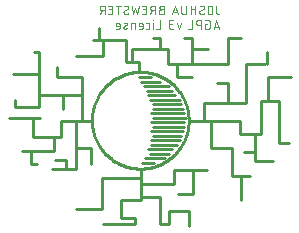
<source format=gbr>
G04 EAGLE Gerber RS-274X export*
G75*
%MOMM*%
%FSLAX34Y34*%
%LPD*%
%INSilkscreen Bottom*%
%IPPOS*%
%AMOC8*
5,1,8,0,0,1.08239X$1,22.5*%
G01*
%ADD10C,0.076200*%
%ADD11C,0.254000*%


D10*
X589492Y306959D02*
X589492Y301230D01*
X589494Y301152D01*
X589499Y301074D01*
X589509Y300997D01*
X589522Y300920D01*
X589538Y300844D01*
X589558Y300769D01*
X589582Y300695D01*
X589609Y300622D01*
X589640Y300550D01*
X589674Y300480D01*
X589711Y300412D01*
X589752Y300345D01*
X589796Y300280D01*
X589842Y300218D01*
X589892Y300158D01*
X589944Y300100D01*
X589999Y300045D01*
X590057Y299993D01*
X590117Y299943D01*
X590179Y299897D01*
X590244Y299853D01*
X590311Y299812D01*
X590379Y299775D01*
X590449Y299741D01*
X590521Y299710D01*
X590594Y299683D01*
X590668Y299659D01*
X590743Y299639D01*
X590819Y299623D01*
X590896Y299610D01*
X590973Y299600D01*
X591051Y299595D01*
X591129Y299593D01*
X591947Y299593D01*
X586057Y301639D02*
X586057Y304913D01*
X586055Y305002D01*
X586049Y305091D01*
X586039Y305180D01*
X586026Y305268D01*
X586009Y305356D01*
X585987Y305443D01*
X585962Y305528D01*
X585934Y305613D01*
X585901Y305696D01*
X585865Y305778D01*
X585826Y305858D01*
X585783Y305936D01*
X585737Y306012D01*
X585687Y306087D01*
X585634Y306159D01*
X585578Y306228D01*
X585519Y306295D01*
X585458Y306360D01*
X585393Y306421D01*
X585326Y306480D01*
X585257Y306536D01*
X585185Y306589D01*
X585110Y306639D01*
X585034Y306685D01*
X584956Y306728D01*
X584876Y306767D01*
X584794Y306803D01*
X584711Y306836D01*
X584626Y306864D01*
X584541Y306889D01*
X584454Y306911D01*
X584366Y306928D01*
X584278Y306941D01*
X584189Y306951D01*
X584100Y306957D01*
X584011Y306959D01*
X583922Y306957D01*
X583833Y306951D01*
X583744Y306941D01*
X583656Y306928D01*
X583568Y306911D01*
X583481Y306889D01*
X583396Y306864D01*
X583311Y306836D01*
X583228Y306803D01*
X583146Y306767D01*
X583066Y306728D01*
X582988Y306685D01*
X582912Y306639D01*
X582837Y306589D01*
X582765Y306536D01*
X582696Y306480D01*
X582629Y306421D01*
X582564Y306360D01*
X582503Y306295D01*
X582444Y306228D01*
X582388Y306159D01*
X582335Y306087D01*
X582285Y306012D01*
X582239Y305936D01*
X582196Y305858D01*
X582157Y305778D01*
X582121Y305696D01*
X582088Y305613D01*
X582060Y305528D01*
X582035Y305443D01*
X582013Y305356D01*
X581996Y305268D01*
X581983Y305180D01*
X581973Y305091D01*
X581967Y305002D01*
X581965Y304913D01*
X581965Y301639D01*
X581967Y301550D01*
X581973Y301461D01*
X581983Y301372D01*
X581996Y301284D01*
X582013Y301196D01*
X582035Y301109D01*
X582060Y301024D01*
X582088Y300939D01*
X582121Y300856D01*
X582157Y300774D01*
X582196Y300694D01*
X582239Y300616D01*
X582285Y300540D01*
X582335Y300465D01*
X582388Y300393D01*
X582444Y300324D01*
X582503Y300257D01*
X582564Y300192D01*
X582629Y300131D01*
X582696Y300072D01*
X582765Y300016D01*
X582837Y299963D01*
X582912Y299913D01*
X582988Y299867D01*
X583066Y299824D01*
X583146Y299785D01*
X583228Y299749D01*
X583311Y299716D01*
X583396Y299688D01*
X583481Y299663D01*
X583568Y299641D01*
X583656Y299624D01*
X583744Y299611D01*
X583833Y299601D01*
X583922Y299595D01*
X584011Y299593D01*
X584100Y299595D01*
X584189Y299601D01*
X584278Y299611D01*
X584366Y299624D01*
X584454Y299641D01*
X584541Y299663D01*
X584626Y299688D01*
X584711Y299716D01*
X584794Y299749D01*
X584876Y299785D01*
X584956Y299824D01*
X585034Y299867D01*
X585110Y299913D01*
X585185Y299963D01*
X585257Y300016D01*
X585326Y300072D01*
X585393Y300131D01*
X585458Y300192D01*
X585519Y300257D01*
X585578Y300324D01*
X585634Y300393D01*
X585687Y300465D01*
X585737Y300540D01*
X585783Y300616D01*
X585826Y300694D01*
X585865Y300774D01*
X585901Y300856D01*
X585934Y300939D01*
X585962Y301024D01*
X585987Y301109D01*
X586009Y301196D01*
X586026Y301284D01*
X586039Y301372D01*
X586049Y301461D01*
X586055Y301550D01*
X586057Y301639D01*
X576530Y299593D02*
X576452Y299595D01*
X576374Y299600D01*
X576297Y299610D01*
X576220Y299623D01*
X576144Y299639D01*
X576069Y299659D01*
X575995Y299683D01*
X575922Y299710D01*
X575850Y299741D01*
X575780Y299775D01*
X575712Y299812D01*
X575645Y299853D01*
X575580Y299897D01*
X575518Y299943D01*
X575458Y299993D01*
X575400Y300045D01*
X575345Y300100D01*
X575293Y300158D01*
X575243Y300218D01*
X575197Y300280D01*
X575153Y300345D01*
X575112Y300411D01*
X575075Y300480D01*
X575041Y300550D01*
X575010Y300622D01*
X574983Y300695D01*
X574959Y300769D01*
X574939Y300844D01*
X574923Y300920D01*
X574910Y300997D01*
X574900Y301074D01*
X574895Y301152D01*
X574893Y301230D01*
X576530Y299593D02*
X576644Y299595D01*
X576757Y299600D01*
X576871Y299610D01*
X576984Y299623D01*
X577096Y299640D01*
X577208Y299660D01*
X577319Y299684D01*
X577430Y299712D01*
X577539Y299743D01*
X577647Y299778D01*
X577754Y299817D01*
X577860Y299859D01*
X577964Y299904D01*
X578067Y299953D01*
X578168Y300006D01*
X578267Y300061D01*
X578365Y300120D01*
X578460Y300182D01*
X578553Y300247D01*
X578645Y300315D01*
X578733Y300386D01*
X578820Y300460D01*
X578904Y300537D01*
X578985Y300616D01*
X578781Y305322D02*
X578779Y305400D01*
X578774Y305478D01*
X578764Y305555D01*
X578751Y305632D01*
X578735Y305708D01*
X578715Y305783D01*
X578691Y305857D01*
X578664Y305930D01*
X578633Y306002D01*
X578599Y306072D01*
X578562Y306141D01*
X578521Y306207D01*
X578477Y306272D01*
X578431Y306334D01*
X578381Y306394D01*
X578329Y306452D01*
X578274Y306507D01*
X578216Y306559D01*
X578156Y306609D01*
X578094Y306655D01*
X578029Y306699D01*
X577963Y306740D01*
X577894Y306777D01*
X577824Y306811D01*
X577752Y306842D01*
X577679Y306869D01*
X577605Y306893D01*
X577530Y306913D01*
X577454Y306929D01*
X577377Y306942D01*
X577300Y306952D01*
X577222Y306957D01*
X577144Y306959D01*
X577034Y306957D01*
X576925Y306951D01*
X576815Y306941D01*
X576707Y306928D01*
X576598Y306910D01*
X576491Y306889D01*
X576384Y306863D01*
X576278Y306834D01*
X576173Y306802D01*
X576070Y306765D01*
X575968Y306725D01*
X575867Y306681D01*
X575768Y306633D01*
X575671Y306583D01*
X575576Y306528D01*
X575483Y306470D01*
X575392Y306409D01*
X575303Y306345D01*
X577963Y303889D02*
X578030Y303931D01*
X578095Y303975D01*
X578157Y304023D01*
X578217Y304073D01*
X578275Y304126D01*
X578330Y304182D01*
X578382Y304241D01*
X578432Y304301D01*
X578479Y304365D01*
X578522Y304430D01*
X578563Y304497D01*
X578600Y304566D01*
X578634Y304637D01*
X578665Y304709D01*
X578692Y304783D01*
X578716Y304857D01*
X578736Y304933D01*
X578752Y305010D01*
X578765Y305087D01*
X578775Y305165D01*
X578780Y305244D01*
X578782Y305322D01*
X575712Y302662D02*
X575646Y302621D01*
X575581Y302576D01*
X575519Y302529D01*
X575459Y302478D01*
X575401Y302425D01*
X575346Y302369D01*
X575293Y302311D01*
X575244Y302250D01*
X575197Y302187D01*
X575154Y302122D01*
X575113Y302055D01*
X575076Y301986D01*
X575042Y301915D01*
X575011Y301843D01*
X574984Y301769D01*
X574960Y301694D01*
X574940Y301619D01*
X574924Y301542D01*
X574911Y301465D01*
X574901Y301387D01*
X574896Y301308D01*
X574894Y301230D01*
X575712Y302662D02*
X577963Y303890D01*
X571671Y306959D02*
X571671Y299593D01*
X571671Y303685D02*
X567578Y303685D01*
X567578Y306959D02*
X567578Y299593D01*
X563868Y301639D02*
X563868Y306959D01*
X563868Y301639D02*
X563866Y301550D01*
X563860Y301461D01*
X563850Y301372D01*
X563837Y301284D01*
X563820Y301196D01*
X563798Y301109D01*
X563773Y301024D01*
X563745Y300939D01*
X563712Y300856D01*
X563676Y300774D01*
X563637Y300694D01*
X563594Y300616D01*
X563548Y300540D01*
X563498Y300465D01*
X563445Y300393D01*
X563389Y300324D01*
X563330Y300257D01*
X563269Y300192D01*
X563204Y300131D01*
X563137Y300072D01*
X563068Y300016D01*
X562996Y299963D01*
X562921Y299913D01*
X562845Y299867D01*
X562767Y299824D01*
X562687Y299785D01*
X562605Y299749D01*
X562522Y299716D01*
X562437Y299688D01*
X562352Y299663D01*
X562265Y299641D01*
X562177Y299624D01*
X562089Y299611D01*
X562000Y299601D01*
X561911Y299595D01*
X561822Y299593D01*
X561733Y299595D01*
X561644Y299601D01*
X561555Y299611D01*
X561467Y299624D01*
X561379Y299641D01*
X561292Y299663D01*
X561207Y299688D01*
X561122Y299716D01*
X561039Y299749D01*
X560957Y299785D01*
X560877Y299824D01*
X560799Y299867D01*
X560723Y299913D01*
X560648Y299963D01*
X560576Y300016D01*
X560507Y300072D01*
X560440Y300131D01*
X560375Y300192D01*
X560314Y300257D01*
X560255Y300324D01*
X560199Y300393D01*
X560146Y300465D01*
X560096Y300540D01*
X560050Y300616D01*
X560007Y300694D01*
X559968Y300774D01*
X559932Y300856D01*
X559899Y300939D01*
X559871Y301024D01*
X559846Y301109D01*
X559824Y301196D01*
X559807Y301284D01*
X559794Y301372D01*
X559784Y301461D01*
X559778Y301550D01*
X559776Y301639D01*
X559776Y306959D01*
X554263Y306959D02*
X556718Y299593D01*
X551807Y299593D02*
X554263Y306959D01*
X556104Y301435D02*
X552421Y301435D01*
X544731Y303685D02*
X542685Y303685D01*
X542596Y303683D01*
X542507Y303677D01*
X542418Y303667D01*
X542330Y303654D01*
X542242Y303637D01*
X542155Y303615D01*
X542070Y303590D01*
X541985Y303562D01*
X541902Y303529D01*
X541820Y303493D01*
X541740Y303454D01*
X541662Y303411D01*
X541586Y303365D01*
X541511Y303315D01*
X541439Y303262D01*
X541370Y303206D01*
X541303Y303147D01*
X541238Y303086D01*
X541177Y303021D01*
X541118Y302954D01*
X541062Y302885D01*
X541009Y302813D01*
X540959Y302738D01*
X540913Y302662D01*
X540870Y302584D01*
X540831Y302504D01*
X540795Y302422D01*
X540762Y302339D01*
X540734Y302254D01*
X540709Y302169D01*
X540687Y302082D01*
X540670Y301994D01*
X540657Y301906D01*
X540647Y301817D01*
X540641Y301728D01*
X540639Y301639D01*
X540641Y301550D01*
X540647Y301461D01*
X540657Y301372D01*
X540670Y301284D01*
X540687Y301196D01*
X540709Y301109D01*
X540734Y301024D01*
X540762Y300939D01*
X540795Y300856D01*
X540831Y300774D01*
X540870Y300694D01*
X540913Y300616D01*
X540959Y300540D01*
X541009Y300465D01*
X541062Y300393D01*
X541118Y300324D01*
X541177Y300257D01*
X541238Y300192D01*
X541303Y300131D01*
X541370Y300072D01*
X541439Y300016D01*
X541511Y299963D01*
X541586Y299913D01*
X541662Y299867D01*
X541740Y299824D01*
X541820Y299785D01*
X541902Y299749D01*
X541985Y299716D01*
X542070Y299688D01*
X542155Y299663D01*
X542242Y299641D01*
X542330Y299624D01*
X542418Y299611D01*
X542507Y299601D01*
X542596Y299595D01*
X542685Y299593D01*
X544731Y299593D01*
X544731Y306959D01*
X542685Y306959D01*
X542606Y306957D01*
X542527Y306951D01*
X542448Y306942D01*
X542370Y306929D01*
X542293Y306911D01*
X542217Y306891D01*
X542142Y306866D01*
X542068Y306838D01*
X541995Y306807D01*
X541924Y306771D01*
X541855Y306733D01*
X541788Y306691D01*
X541723Y306646D01*
X541660Y306598D01*
X541599Y306547D01*
X541542Y306493D01*
X541486Y306437D01*
X541434Y306378D01*
X541384Y306316D01*
X541338Y306252D01*
X541294Y306186D01*
X541254Y306118D01*
X541218Y306048D01*
X541184Y305976D01*
X541154Y305902D01*
X541128Y305828D01*
X541105Y305752D01*
X541087Y305675D01*
X541071Y305598D01*
X541060Y305519D01*
X541052Y305441D01*
X541048Y305362D01*
X541048Y305282D01*
X541052Y305203D01*
X541060Y305125D01*
X541071Y305046D01*
X541087Y304969D01*
X541105Y304892D01*
X541128Y304816D01*
X541154Y304742D01*
X541184Y304668D01*
X541218Y304596D01*
X541254Y304526D01*
X541294Y304458D01*
X541338Y304392D01*
X541384Y304328D01*
X541434Y304266D01*
X541486Y304207D01*
X541542Y304151D01*
X541599Y304097D01*
X541660Y304046D01*
X541723Y303998D01*
X541788Y303953D01*
X541855Y303911D01*
X541924Y303873D01*
X541995Y303837D01*
X542068Y303806D01*
X542142Y303778D01*
X542217Y303753D01*
X542293Y303733D01*
X542370Y303715D01*
X542448Y303702D01*
X542527Y303693D01*
X542606Y303687D01*
X542685Y303685D01*
X537482Y306959D02*
X537482Y299593D01*
X537482Y306959D02*
X535436Y306959D01*
X535347Y306957D01*
X535258Y306951D01*
X535169Y306941D01*
X535081Y306928D01*
X534993Y306911D01*
X534906Y306889D01*
X534821Y306864D01*
X534736Y306836D01*
X534653Y306803D01*
X534571Y306767D01*
X534491Y306728D01*
X534413Y306685D01*
X534337Y306639D01*
X534262Y306589D01*
X534190Y306536D01*
X534121Y306480D01*
X534054Y306421D01*
X533989Y306360D01*
X533928Y306295D01*
X533869Y306228D01*
X533813Y306159D01*
X533760Y306087D01*
X533710Y306012D01*
X533664Y305936D01*
X533621Y305858D01*
X533582Y305778D01*
X533546Y305696D01*
X533513Y305613D01*
X533485Y305528D01*
X533460Y305443D01*
X533438Y305356D01*
X533421Y305268D01*
X533408Y305180D01*
X533398Y305091D01*
X533392Y305002D01*
X533390Y304913D01*
X533392Y304824D01*
X533398Y304735D01*
X533408Y304646D01*
X533421Y304558D01*
X533438Y304470D01*
X533460Y304383D01*
X533485Y304298D01*
X533513Y304213D01*
X533546Y304130D01*
X533582Y304048D01*
X533621Y303968D01*
X533664Y303890D01*
X533710Y303814D01*
X533760Y303739D01*
X533813Y303667D01*
X533869Y303598D01*
X533928Y303531D01*
X533989Y303466D01*
X534054Y303405D01*
X534121Y303346D01*
X534190Y303290D01*
X534262Y303237D01*
X534337Y303187D01*
X534413Y303141D01*
X534491Y303098D01*
X534571Y303059D01*
X534653Y303023D01*
X534736Y302990D01*
X534821Y302962D01*
X534906Y302937D01*
X534993Y302915D01*
X535081Y302898D01*
X535169Y302885D01*
X535258Y302875D01*
X535347Y302869D01*
X535436Y302867D01*
X537482Y302867D01*
X535027Y302867D02*
X533390Y299593D01*
X529958Y299593D02*
X526685Y299593D01*
X529958Y299593D02*
X529958Y306959D01*
X526685Y306959D01*
X527503Y303685D02*
X529958Y303685D01*
X524130Y306959D02*
X522494Y299593D01*
X520857Y304504D01*
X519220Y299593D01*
X517583Y306959D01*
X510764Y301230D02*
X510766Y301152D01*
X510771Y301074D01*
X510781Y300997D01*
X510794Y300920D01*
X510810Y300844D01*
X510830Y300769D01*
X510854Y300695D01*
X510881Y300622D01*
X510912Y300550D01*
X510946Y300480D01*
X510983Y300411D01*
X511024Y300345D01*
X511068Y300280D01*
X511114Y300218D01*
X511164Y300158D01*
X511216Y300100D01*
X511271Y300045D01*
X511329Y299993D01*
X511389Y299943D01*
X511451Y299897D01*
X511516Y299853D01*
X511583Y299812D01*
X511651Y299775D01*
X511721Y299741D01*
X511793Y299710D01*
X511866Y299683D01*
X511940Y299659D01*
X512015Y299639D01*
X512091Y299623D01*
X512168Y299610D01*
X512245Y299600D01*
X512323Y299595D01*
X512401Y299593D01*
X512515Y299595D01*
X512628Y299600D01*
X512742Y299610D01*
X512855Y299623D01*
X512967Y299640D01*
X513079Y299660D01*
X513190Y299684D01*
X513301Y299712D01*
X513410Y299743D01*
X513518Y299778D01*
X513625Y299817D01*
X513731Y299859D01*
X513835Y299904D01*
X513938Y299953D01*
X514039Y300006D01*
X514138Y300061D01*
X514236Y300120D01*
X514331Y300182D01*
X514424Y300247D01*
X514516Y300315D01*
X514604Y300386D01*
X514691Y300460D01*
X514775Y300537D01*
X514856Y300616D01*
X514652Y305322D02*
X514650Y305400D01*
X514645Y305478D01*
X514635Y305555D01*
X514622Y305632D01*
X514606Y305708D01*
X514586Y305783D01*
X514562Y305857D01*
X514535Y305930D01*
X514504Y306002D01*
X514470Y306072D01*
X514433Y306141D01*
X514392Y306207D01*
X514348Y306272D01*
X514302Y306334D01*
X514252Y306394D01*
X514200Y306452D01*
X514145Y306507D01*
X514087Y306559D01*
X514027Y306609D01*
X513965Y306655D01*
X513900Y306699D01*
X513834Y306740D01*
X513765Y306777D01*
X513695Y306811D01*
X513623Y306842D01*
X513550Y306869D01*
X513476Y306893D01*
X513401Y306913D01*
X513325Y306929D01*
X513248Y306942D01*
X513171Y306952D01*
X513093Y306957D01*
X513015Y306959D01*
X512905Y306957D01*
X512796Y306951D01*
X512686Y306941D01*
X512578Y306928D01*
X512469Y306910D01*
X512362Y306889D01*
X512255Y306863D01*
X512149Y306834D01*
X512044Y306802D01*
X511941Y306765D01*
X511839Y306725D01*
X511738Y306681D01*
X511639Y306633D01*
X511542Y306583D01*
X511447Y306528D01*
X511354Y306470D01*
X511263Y306409D01*
X511174Y306345D01*
X513833Y303889D02*
X513900Y303931D01*
X513965Y303975D01*
X514027Y304023D01*
X514087Y304073D01*
X514145Y304126D01*
X514200Y304182D01*
X514252Y304241D01*
X514302Y304301D01*
X514349Y304365D01*
X514392Y304430D01*
X514433Y304497D01*
X514470Y304566D01*
X514504Y304637D01*
X514535Y304709D01*
X514562Y304783D01*
X514586Y304857D01*
X514606Y304933D01*
X514622Y305010D01*
X514635Y305087D01*
X514645Y305165D01*
X514650Y305244D01*
X514652Y305322D01*
X511582Y302662D02*
X511516Y302621D01*
X511451Y302576D01*
X511389Y302529D01*
X511329Y302478D01*
X511271Y302425D01*
X511216Y302369D01*
X511163Y302311D01*
X511114Y302250D01*
X511067Y302187D01*
X511024Y302122D01*
X510983Y302055D01*
X510946Y301986D01*
X510912Y301915D01*
X510881Y301843D01*
X510854Y301769D01*
X510830Y301694D01*
X510810Y301619D01*
X510794Y301542D01*
X510781Y301465D01*
X510771Y301387D01*
X510766Y301308D01*
X510764Y301230D01*
X511582Y302662D02*
X513833Y303890D01*
X506226Y306959D02*
X506226Y299593D01*
X508272Y306959D02*
X504180Y306959D01*
X501185Y299593D02*
X497912Y299593D01*
X501185Y299593D02*
X501185Y306959D01*
X497912Y306959D01*
X498730Y303685D02*
X501185Y303685D01*
X494810Y306959D02*
X494810Y299593D01*
X494810Y306959D02*
X492764Y306959D01*
X492675Y306957D01*
X492586Y306951D01*
X492497Y306941D01*
X492409Y306928D01*
X492321Y306911D01*
X492234Y306889D01*
X492149Y306864D01*
X492064Y306836D01*
X491981Y306803D01*
X491899Y306767D01*
X491819Y306728D01*
X491741Y306685D01*
X491665Y306639D01*
X491590Y306589D01*
X491518Y306536D01*
X491449Y306480D01*
X491382Y306421D01*
X491317Y306360D01*
X491256Y306295D01*
X491197Y306228D01*
X491141Y306159D01*
X491088Y306087D01*
X491038Y306012D01*
X490992Y305936D01*
X490949Y305858D01*
X490910Y305778D01*
X490874Y305696D01*
X490841Y305613D01*
X490813Y305528D01*
X490788Y305443D01*
X490766Y305356D01*
X490749Y305268D01*
X490736Y305180D01*
X490726Y305091D01*
X490720Y305002D01*
X490718Y304913D01*
X490720Y304824D01*
X490726Y304735D01*
X490736Y304646D01*
X490749Y304558D01*
X490766Y304470D01*
X490788Y304383D01*
X490813Y304298D01*
X490841Y304213D01*
X490874Y304130D01*
X490910Y304048D01*
X490949Y303968D01*
X490992Y303890D01*
X491038Y303814D01*
X491088Y303739D01*
X491141Y303667D01*
X491197Y303598D01*
X491256Y303531D01*
X491317Y303466D01*
X491382Y303405D01*
X491449Y303346D01*
X491518Y303290D01*
X491590Y303237D01*
X491665Y303187D01*
X491741Y303141D01*
X491819Y303098D01*
X491899Y303059D01*
X491981Y303023D01*
X492064Y302990D01*
X492149Y302962D01*
X492234Y302937D01*
X492321Y302915D01*
X492409Y302898D01*
X492497Y302885D01*
X492586Y302875D01*
X492675Y302869D01*
X492764Y302867D01*
X494810Y302867D01*
X492355Y302867D02*
X490718Y299593D01*
X589492Y294767D02*
X591947Y287401D01*
X587036Y287401D02*
X589492Y294767D01*
X591333Y289243D02*
X587650Y289243D01*
X581114Y291493D02*
X579887Y291493D01*
X579887Y287401D01*
X582342Y287401D01*
X582420Y287403D01*
X582498Y287408D01*
X582575Y287418D01*
X582652Y287431D01*
X582728Y287447D01*
X582803Y287467D01*
X582877Y287491D01*
X582950Y287518D01*
X583022Y287549D01*
X583092Y287583D01*
X583161Y287620D01*
X583227Y287661D01*
X583292Y287705D01*
X583354Y287751D01*
X583414Y287801D01*
X583472Y287853D01*
X583527Y287908D01*
X583579Y287966D01*
X583629Y288026D01*
X583675Y288088D01*
X583719Y288153D01*
X583760Y288220D01*
X583797Y288288D01*
X583831Y288358D01*
X583862Y288430D01*
X583889Y288503D01*
X583913Y288577D01*
X583933Y288652D01*
X583949Y288728D01*
X583962Y288805D01*
X583972Y288882D01*
X583977Y288960D01*
X583979Y289038D01*
X583979Y293130D01*
X583977Y293208D01*
X583972Y293286D01*
X583962Y293363D01*
X583949Y293440D01*
X583933Y293516D01*
X583913Y293591D01*
X583889Y293665D01*
X583862Y293738D01*
X583831Y293810D01*
X583797Y293880D01*
X583760Y293949D01*
X583719Y294015D01*
X583675Y294080D01*
X583629Y294142D01*
X583579Y294202D01*
X583527Y294260D01*
X583472Y294315D01*
X583414Y294367D01*
X583354Y294417D01*
X583292Y294463D01*
X583227Y294507D01*
X583161Y294548D01*
X583092Y294585D01*
X583022Y294619D01*
X582950Y294650D01*
X582877Y294677D01*
X582803Y294701D01*
X582728Y294721D01*
X582652Y294737D01*
X582575Y294750D01*
X582498Y294760D01*
X582420Y294765D01*
X582342Y294767D01*
X579887Y294767D01*
X576058Y294767D02*
X576058Y287401D01*
X576058Y294767D02*
X574012Y294767D01*
X573923Y294765D01*
X573834Y294759D01*
X573745Y294749D01*
X573657Y294736D01*
X573569Y294719D01*
X573482Y294697D01*
X573397Y294672D01*
X573312Y294644D01*
X573229Y294611D01*
X573147Y294575D01*
X573067Y294536D01*
X572989Y294493D01*
X572913Y294447D01*
X572838Y294397D01*
X572766Y294344D01*
X572697Y294288D01*
X572630Y294229D01*
X572565Y294168D01*
X572504Y294103D01*
X572445Y294036D01*
X572389Y293967D01*
X572336Y293895D01*
X572286Y293820D01*
X572240Y293744D01*
X572197Y293666D01*
X572158Y293586D01*
X572122Y293504D01*
X572089Y293421D01*
X572061Y293336D01*
X572036Y293251D01*
X572014Y293164D01*
X571997Y293076D01*
X571984Y292988D01*
X571974Y292899D01*
X571968Y292810D01*
X571966Y292721D01*
X571968Y292632D01*
X571974Y292543D01*
X571984Y292454D01*
X571997Y292366D01*
X572014Y292278D01*
X572036Y292191D01*
X572061Y292106D01*
X572089Y292021D01*
X572122Y291938D01*
X572158Y291856D01*
X572197Y291776D01*
X572240Y291698D01*
X572286Y291622D01*
X572336Y291547D01*
X572389Y291475D01*
X572445Y291406D01*
X572504Y291339D01*
X572565Y291274D01*
X572630Y291213D01*
X572697Y291154D01*
X572766Y291098D01*
X572838Y291045D01*
X572913Y290995D01*
X572989Y290949D01*
X573067Y290906D01*
X573147Y290867D01*
X573229Y290831D01*
X573312Y290798D01*
X573397Y290770D01*
X573482Y290745D01*
X573569Y290723D01*
X573657Y290706D01*
X573745Y290693D01*
X573834Y290683D01*
X573923Y290677D01*
X574012Y290675D01*
X576058Y290675D01*
X568845Y287401D02*
X568845Y294767D01*
X568845Y287401D02*
X565571Y287401D01*
X557549Y287401D02*
X559186Y292312D01*
X555912Y292312D02*
X557549Y287401D01*
X553011Y287401D02*
X550965Y287401D01*
X550876Y287403D01*
X550787Y287409D01*
X550698Y287419D01*
X550610Y287432D01*
X550522Y287449D01*
X550435Y287471D01*
X550350Y287496D01*
X550265Y287524D01*
X550182Y287557D01*
X550100Y287593D01*
X550020Y287632D01*
X549942Y287675D01*
X549866Y287721D01*
X549791Y287771D01*
X549719Y287824D01*
X549650Y287880D01*
X549583Y287939D01*
X549518Y288000D01*
X549457Y288065D01*
X549398Y288132D01*
X549342Y288201D01*
X549289Y288273D01*
X549239Y288348D01*
X549193Y288424D01*
X549150Y288502D01*
X549111Y288582D01*
X549075Y288664D01*
X549042Y288747D01*
X549014Y288832D01*
X548989Y288917D01*
X548967Y289004D01*
X548950Y289092D01*
X548937Y289180D01*
X548927Y289269D01*
X548921Y289358D01*
X548919Y289447D01*
X548921Y289536D01*
X548927Y289625D01*
X548937Y289714D01*
X548950Y289802D01*
X548967Y289890D01*
X548989Y289977D01*
X549014Y290062D01*
X549042Y290147D01*
X549075Y290230D01*
X549111Y290312D01*
X549150Y290392D01*
X549193Y290470D01*
X549239Y290546D01*
X549289Y290621D01*
X549342Y290693D01*
X549398Y290762D01*
X549457Y290829D01*
X549518Y290894D01*
X549583Y290955D01*
X549650Y291014D01*
X549719Y291070D01*
X549791Y291123D01*
X549866Y291173D01*
X549942Y291219D01*
X550020Y291262D01*
X550100Y291301D01*
X550182Y291337D01*
X550265Y291370D01*
X550350Y291398D01*
X550435Y291423D01*
X550522Y291445D01*
X550610Y291462D01*
X550698Y291475D01*
X550787Y291485D01*
X550876Y291491D01*
X550965Y291493D01*
X550556Y294767D02*
X553011Y294767D01*
X550556Y294767D02*
X550477Y294765D01*
X550398Y294759D01*
X550319Y294750D01*
X550241Y294737D01*
X550164Y294719D01*
X550088Y294699D01*
X550013Y294674D01*
X549939Y294646D01*
X549866Y294615D01*
X549795Y294579D01*
X549726Y294541D01*
X549659Y294499D01*
X549594Y294454D01*
X549531Y294406D01*
X549470Y294355D01*
X549413Y294301D01*
X549357Y294245D01*
X549305Y294186D01*
X549255Y294124D01*
X549209Y294060D01*
X549165Y293994D01*
X549125Y293926D01*
X549089Y293856D01*
X549055Y293784D01*
X549025Y293710D01*
X548999Y293636D01*
X548976Y293560D01*
X548958Y293483D01*
X548942Y293406D01*
X548931Y293327D01*
X548923Y293249D01*
X548919Y293170D01*
X548919Y293090D01*
X548923Y293011D01*
X548931Y292933D01*
X548942Y292854D01*
X548958Y292777D01*
X548976Y292700D01*
X548999Y292624D01*
X549025Y292550D01*
X549055Y292476D01*
X549089Y292404D01*
X549125Y292334D01*
X549165Y292266D01*
X549209Y292200D01*
X549255Y292136D01*
X549305Y292074D01*
X549357Y292015D01*
X549413Y291959D01*
X549470Y291905D01*
X549531Y291854D01*
X549594Y291806D01*
X549659Y291761D01*
X549726Y291719D01*
X549795Y291681D01*
X549866Y291645D01*
X549939Y291614D01*
X550013Y291586D01*
X550088Y291561D01*
X550164Y291541D01*
X550241Y291523D01*
X550319Y291510D01*
X550398Y291501D01*
X550477Y291495D01*
X550556Y291493D01*
X552193Y291493D01*
X541535Y294767D02*
X541535Y287401D01*
X538261Y287401D01*
X535603Y287401D02*
X535603Y292312D01*
X535808Y294358D02*
X535808Y294767D01*
X535399Y294767D01*
X535399Y294358D01*
X535808Y294358D01*
X531370Y287401D02*
X529733Y287401D01*
X531370Y287401D02*
X531439Y287403D01*
X531507Y287409D01*
X531576Y287418D01*
X531643Y287432D01*
X531710Y287449D01*
X531776Y287470D01*
X531840Y287494D01*
X531903Y287523D01*
X531964Y287554D01*
X532023Y287589D01*
X532081Y287627D01*
X532136Y287669D01*
X532188Y287713D01*
X532238Y287761D01*
X532286Y287811D01*
X532330Y287863D01*
X532372Y287918D01*
X532410Y287976D01*
X532445Y288035D01*
X532476Y288096D01*
X532505Y288159D01*
X532529Y288223D01*
X532550Y288289D01*
X532567Y288356D01*
X532581Y288423D01*
X532590Y288492D01*
X532596Y288560D01*
X532598Y288629D01*
X532598Y291084D01*
X532596Y291153D01*
X532590Y291221D01*
X532581Y291290D01*
X532567Y291357D01*
X532550Y291424D01*
X532529Y291490D01*
X532505Y291554D01*
X532476Y291617D01*
X532445Y291678D01*
X532410Y291737D01*
X532372Y291795D01*
X532330Y291850D01*
X532286Y291902D01*
X532238Y291952D01*
X532188Y292000D01*
X532136Y292044D01*
X532081Y292086D01*
X532023Y292124D01*
X531964Y292159D01*
X531903Y292190D01*
X531840Y292219D01*
X531776Y292243D01*
X531710Y292264D01*
X531643Y292281D01*
X531576Y292295D01*
X531507Y292304D01*
X531439Y292310D01*
X531370Y292312D01*
X529733Y292312D01*
X525771Y287401D02*
X523725Y287401D01*
X525771Y287401D02*
X525840Y287403D01*
X525908Y287409D01*
X525977Y287418D01*
X526044Y287432D01*
X526111Y287449D01*
X526177Y287470D01*
X526241Y287494D01*
X526304Y287523D01*
X526365Y287554D01*
X526424Y287589D01*
X526482Y287627D01*
X526537Y287669D01*
X526589Y287713D01*
X526639Y287761D01*
X526687Y287811D01*
X526731Y287863D01*
X526773Y287918D01*
X526811Y287976D01*
X526846Y288035D01*
X526877Y288096D01*
X526906Y288159D01*
X526930Y288223D01*
X526951Y288289D01*
X526968Y288356D01*
X526982Y288423D01*
X526991Y288492D01*
X526997Y288560D01*
X526999Y288629D01*
X526999Y290675D01*
X526997Y290754D01*
X526991Y290833D01*
X526982Y290912D01*
X526969Y290990D01*
X526951Y291067D01*
X526931Y291143D01*
X526906Y291218D01*
X526878Y291292D01*
X526847Y291365D01*
X526811Y291436D01*
X526773Y291505D01*
X526731Y291572D01*
X526686Y291637D01*
X526638Y291700D01*
X526587Y291761D01*
X526533Y291818D01*
X526477Y291874D01*
X526418Y291926D01*
X526356Y291976D01*
X526292Y292022D01*
X526226Y292066D01*
X526158Y292106D01*
X526088Y292142D01*
X526016Y292176D01*
X525942Y292206D01*
X525868Y292232D01*
X525792Y292255D01*
X525715Y292273D01*
X525638Y292289D01*
X525559Y292300D01*
X525481Y292308D01*
X525402Y292312D01*
X525322Y292312D01*
X525243Y292308D01*
X525165Y292300D01*
X525086Y292289D01*
X525009Y292273D01*
X524932Y292255D01*
X524856Y292232D01*
X524782Y292206D01*
X524708Y292176D01*
X524636Y292142D01*
X524566Y292106D01*
X524498Y292066D01*
X524432Y292022D01*
X524368Y291976D01*
X524306Y291926D01*
X524247Y291874D01*
X524191Y291818D01*
X524137Y291761D01*
X524086Y291700D01*
X524038Y291637D01*
X523993Y291572D01*
X523951Y291505D01*
X523913Y291436D01*
X523877Y291365D01*
X523846Y291292D01*
X523818Y291218D01*
X523793Y291143D01*
X523773Y291067D01*
X523755Y290990D01*
X523742Y290912D01*
X523733Y290833D01*
X523727Y290754D01*
X523725Y290675D01*
X523725Y289856D01*
X526999Y289856D01*
X520415Y287401D02*
X520415Y292312D01*
X518369Y292312D01*
X518300Y292310D01*
X518232Y292304D01*
X518163Y292295D01*
X518096Y292281D01*
X518029Y292264D01*
X517963Y292243D01*
X517899Y292219D01*
X517836Y292190D01*
X517775Y292159D01*
X517716Y292124D01*
X517658Y292086D01*
X517603Y292044D01*
X517551Y292000D01*
X517501Y291952D01*
X517453Y291902D01*
X517409Y291850D01*
X517368Y291795D01*
X517329Y291737D01*
X517294Y291678D01*
X517263Y291617D01*
X517234Y291554D01*
X517210Y291490D01*
X517189Y291424D01*
X517172Y291357D01*
X517158Y291290D01*
X517149Y291222D01*
X517143Y291153D01*
X517141Y291084D01*
X517141Y287401D01*
X513218Y290266D02*
X511172Y289447D01*
X513218Y290266D02*
X513277Y290291D01*
X513334Y290320D01*
X513389Y290353D01*
X513442Y290389D01*
X513493Y290427D01*
X513541Y290469D01*
X513587Y290514D01*
X513630Y290561D01*
X513670Y290611D01*
X513707Y290663D01*
X513741Y290718D01*
X513772Y290774D01*
X513799Y290832D01*
X513822Y290892D01*
X513842Y290952D01*
X513858Y291014D01*
X513871Y291077D01*
X513879Y291141D01*
X513884Y291204D01*
X513885Y291268D01*
X513882Y291332D01*
X513875Y291396D01*
X513864Y291459D01*
X513850Y291521D01*
X513832Y291583D01*
X513810Y291643D01*
X513785Y291702D01*
X513756Y291759D01*
X513723Y291814D01*
X513688Y291867D01*
X513649Y291918D01*
X513607Y291967D01*
X513563Y292013D01*
X513515Y292056D01*
X513466Y292096D01*
X513413Y292133D01*
X513359Y292167D01*
X513303Y292198D01*
X513245Y292225D01*
X513186Y292249D01*
X513125Y292268D01*
X513063Y292285D01*
X513000Y292297D01*
X512937Y292306D01*
X512873Y292311D01*
X512809Y292312D01*
X512673Y292308D01*
X512538Y292300D01*
X512402Y292288D01*
X512268Y292272D01*
X512133Y292252D01*
X512000Y292229D01*
X511867Y292201D01*
X511735Y292170D01*
X511604Y292135D01*
X511474Y292096D01*
X511345Y292053D01*
X511218Y292006D01*
X511092Y291956D01*
X510967Y291902D01*
X511172Y289447D02*
X511113Y289422D01*
X511056Y289393D01*
X511001Y289360D01*
X510948Y289324D01*
X510897Y289286D01*
X510849Y289244D01*
X510803Y289199D01*
X510760Y289152D01*
X510720Y289102D01*
X510683Y289050D01*
X510649Y288995D01*
X510618Y288939D01*
X510591Y288881D01*
X510568Y288821D01*
X510548Y288761D01*
X510532Y288699D01*
X510519Y288636D01*
X510511Y288572D01*
X510506Y288509D01*
X510505Y288445D01*
X510508Y288381D01*
X510515Y288317D01*
X510526Y288254D01*
X510540Y288192D01*
X510558Y288130D01*
X510580Y288070D01*
X510605Y288011D01*
X510634Y287954D01*
X510667Y287899D01*
X510702Y287846D01*
X510741Y287795D01*
X510783Y287746D01*
X510827Y287700D01*
X510875Y287657D01*
X510924Y287617D01*
X510977Y287580D01*
X511031Y287546D01*
X511087Y287515D01*
X511145Y287488D01*
X511204Y287464D01*
X511265Y287445D01*
X511327Y287428D01*
X511390Y287416D01*
X511453Y287407D01*
X511517Y287402D01*
X511581Y287401D01*
X511745Y287405D01*
X511909Y287413D01*
X512073Y287425D01*
X512236Y287441D01*
X512399Y287461D01*
X512562Y287484D01*
X512723Y287512D01*
X512885Y287543D01*
X513045Y287578D01*
X513204Y287617D01*
X513363Y287660D01*
X513520Y287706D01*
X513677Y287756D01*
X513832Y287810D01*
X506264Y287401D02*
X504218Y287401D01*
X506264Y287401D02*
X506333Y287403D01*
X506401Y287409D01*
X506470Y287418D01*
X506537Y287432D01*
X506604Y287449D01*
X506670Y287470D01*
X506734Y287494D01*
X506797Y287523D01*
X506858Y287554D01*
X506917Y287589D01*
X506975Y287627D01*
X507030Y287669D01*
X507082Y287713D01*
X507132Y287761D01*
X507180Y287811D01*
X507224Y287863D01*
X507266Y287918D01*
X507304Y287976D01*
X507339Y288035D01*
X507370Y288096D01*
X507399Y288159D01*
X507423Y288223D01*
X507444Y288289D01*
X507461Y288356D01*
X507475Y288423D01*
X507484Y288492D01*
X507490Y288560D01*
X507492Y288629D01*
X507492Y290675D01*
X507490Y290754D01*
X507484Y290833D01*
X507475Y290912D01*
X507462Y290990D01*
X507444Y291067D01*
X507424Y291143D01*
X507399Y291218D01*
X507371Y291292D01*
X507340Y291365D01*
X507304Y291436D01*
X507266Y291505D01*
X507224Y291572D01*
X507179Y291637D01*
X507131Y291700D01*
X507080Y291761D01*
X507026Y291818D01*
X506970Y291874D01*
X506911Y291926D01*
X506849Y291976D01*
X506785Y292022D01*
X506719Y292066D01*
X506651Y292106D01*
X506581Y292142D01*
X506509Y292176D01*
X506435Y292206D01*
X506361Y292232D01*
X506285Y292255D01*
X506208Y292273D01*
X506131Y292289D01*
X506052Y292300D01*
X505974Y292308D01*
X505895Y292312D01*
X505815Y292312D01*
X505736Y292308D01*
X505658Y292300D01*
X505579Y292289D01*
X505502Y292273D01*
X505425Y292255D01*
X505349Y292232D01*
X505275Y292206D01*
X505201Y292176D01*
X505129Y292142D01*
X505059Y292106D01*
X504991Y292066D01*
X504925Y292022D01*
X504861Y291976D01*
X504799Y291926D01*
X504740Y291874D01*
X504684Y291818D01*
X504630Y291761D01*
X504579Y291700D01*
X504531Y291637D01*
X504486Y291572D01*
X504444Y291505D01*
X504406Y291436D01*
X504370Y291365D01*
X504339Y291292D01*
X504311Y291218D01*
X504286Y291143D01*
X504266Y291067D01*
X504248Y290990D01*
X504235Y290912D01*
X504226Y290833D01*
X504220Y290754D01*
X504218Y290675D01*
X504218Y289856D01*
X507492Y289856D01*
D11*
X484066Y209804D02*
X484078Y210809D01*
X484115Y211813D01*
X484177Y212817D01*
X484263Y213818D01*
X484374Y214817D01*
X484509Y215813D01*
X484669Y216805D01*
X484853Y217793D01*
X485061Y218777D01*
X485293Y219755D01*
X485549Y220726D01*
X485829Y221692D01*
X486133Y222650D01*
X486460Y223600D01*
X486810Y224542D01*
X487183Y225476D01*
X487579Y226399D01*
X487998Y227313D01*
X488439Y228216D01*
X488902Y229109D01*
X489386Y229989D01*
X489892Y230858D01*
X490420Y231713D01*
X490968Y232556D01*
X491536Y233384D01*
X492125Y234199D01*
X492734Y234999D01*
X493362Y235784D01*
X494009Y236553D01*
X494675Y237306D01*
X495359Y238042D01*
X496061Y238761D01*
X496780Y239463D01*
X497516Y240147D01*
X498269Y240813D01*
X499038Y241460D01*
X499823Y242088D01*
X500623Y242697D01*
X501438Y243286D01*
X502266Y243854D01*
X503109Y244402D01*
X503964Y244930D01*
X504833Y245436D01*
X505713Y245920D01*
X506606Y246383D01*
X507509Y246824D01*
X508423Y247243D01*
X509346Y247639D01*
X510280Y248012D01*
X511222Y248362D01*
X512172Y248689D01*
X513130Y248993D01*
X514096Y249273D01*
X515067Y249529D01*
X516045Y249761D01*
X517029Y249969D01*
X518017Y250153D01*
X519009Y250313D01*
X520005Y250448D01*
X521004Y250559D01*
X522005Y250645D01*
X523009Y250707D01*
X524013Y250744D01*
X525018Y250756D01*
X526023Y250744D01*
X527027Y250707D01*
X528031Y250645D01*
X529032Y250559D01*
X530031Y250448D01*
X531027Y250313D01*
X532019Y250153D01*
X533007Y249969D01*
X533991Y249761D01*
X534969Y249529D01*
X535940Y249273D01*
X536906Y248993D01*
X537864Y248689D01*
X538814Y248362D01*
X539756Y248012D01*
X540690Y247639D01*
X541613Y247243D01*
X542527Y246824D01*
X543430Y246383D01*
X544323Y245920D01*
X545203Y245436D01*
X546072Y244930D01*
X546927Y244402D01*
X547770Y243854D01*
X548598Y243286D01*
X549413Y242697D01*
X550213Y242088D01*
X550998Y241460D01*
X551767Y240813D01*
X552520Y240147D01*
X553256Y239463D01*
X553975Y238761D01*
X554677Y238042D01*
X555361Y237306D01*
X556027Y236553D01*
X556674Y235784D01*
X557302Y234999D01*
X557911Y234199D01*
X558500Y233384D01*
X559068Y232556D01*
X559616Y231713D01*
X560144Y230858D01*
X560650Y229989D01*
X561134Y229109D01*
X561597Y228216D01*
X562038Y227313D01*
X562457Y226399D01*
X562853Y225476D01*
X563226Y224542D01*
X563576Y223600D01*
X563903Y222650D01*
X564207Y221692D01*
X564487Y220726D01*
X564743Y219755D01*
X564975Y218777D01*
X565183Y217793D01*
X565367Y216805D01*
X565527Y215813D01*
X565662Y214817D01*
X565773Y213818D01*
X565859Y212817D01*
X565921Y211813D01*
X565958Y210809D01*
X565970Y209804D01*
X565958Y208799D01*
X565921Y207795D01*
X565859Y206791D01*
X565773Y205790D01*
X565662Y204791D01*
X565527Y203795D01*
X565367Y202803D01*
X565183Y201815D01*
X564975Y200831D01*
X564743Y199853D01*
X564487Y198882D01*
X564207Y197916D01*
X563903Y196958D01*
X563576Y196008D01*
X563226Y195066D01*
X562853Y194132D01*
X562457Y193209D01*
X562038Y192295D01*
X561597Y191392D01*
X561134Y190499D01*
X560650Y189619D01*
X560144Y188750D01*
X559616Y187895D01*
X559068Y187052D01*
X558500Y186224D01*
X557911Y185409D01*
X557302Y184609D01*
X556674Y183824D01*
X556027Y183055D01*
X555361Y182302D01*
X554677Y181566D01*
X553975Y180847D01*
X553256Y180145D01*
X552520Y179461D01*
X551767Y178795D01*
X550998Y178148D01*
X550213Y177520D01*
X549413Y176911D01*
X548598Y176322D01*
X547770Y175754D01*
X546927Y175206D01*
X546072Y174678D01*
X545203Y174172D01*
X544323Y173688D01*
X543430Y173225D01*
X542527Y172784D01*
X541613Y172365D01*
X540690Y171969D01*
X539756Y171596D01*
X538814Y171246D01*
X537864Y170919D01*
X536906Y170615D01*
X535940Y170335D01*
X534969Y170079D01*
X533991Y169847D01*
X533007Y169639D01*
X532019Y169455D01*
X531027Y169295D01*
X530031Y169160D01*
X529032Y169049D01*
X528031Y168963D01*
X527027Y168901D01*
X526023Y168864D01*
X525018Y168852D01*
X524013Y168864D01*
X523009Y168901D01*
X522005Y168963D01*
X521004Y169049D01*
X520005Y169160D01*
X519009Y169295D01*
X518017Y169455D01*
X517029Y169639D01*
X516045Y169847D01*
X515067Y170079D01*
X514096Y170335D01*
X513130Y170615D01*
X512172Y170919D01*
X511222Y171246D01*
X510280Y171596D01*
X509346Y171969D01*
X508423Y172365D01*
X507509Y172784D01*
X506606Y173225D01*
X505713Y173688D01*
X504833Y174172D01*
X503964Y174678D01*
X503109Y175206D01*
X502266Y175754D01*
X501438Y176322D01*
X500623Y176911D01*
X499823Y177520D01*
X499038Y178148D01*
X498269Y178795D01*
X497516Y179461D01*
X496780Y180145D01*
X496061Y180847D01*
X495359Y181566D01*
X494675Y182302D01*
X494009Y183055D01*
X493362Y183824D01*
X492734Y184609D01*
X492125Y185409D01*
X491536Y186224D01*
X490968Y187052D01*
X490420Y187895D01*
X489892Y188750D01*
X489386Y189619D01*
X488902Y190499D01*
X488439Y191392D01*
X487998Y192295D01*
X487579Y193209D01*
X487183Y194132D01*
X486810Y195066D01*
X486460Y196008D01*
X486133Y196958D01*
X485829Y197916D01*
X485549Y198882D01*
X485293Y199853D01*
X485061Y200831D01*
X484853Y201815D01*
X484669Y202803D01*
X484509Y203795D01*
X484374Y204791D01*
X484263Y205790D01*
X484177Y206791D01*
X484115Y207795D01*
X484078Y208799D01*
X484066Y209804D01*
X524002Y246126D02*
X534162Y246126D01*
X541782Y242316D02*
X525272Y242316D01*
X527812Y238506D02*
X549402Y238506D01*
X551942Y234696D02*
X530352Y234696D01*
X531622Y230886D02*
X554482Y230886D01*
X558292Y227076D02*
X532892Y227076D01*
X535432Y223266D02*
X559562Y223266D01*
X560832Y219456D02*
X535432Y219456D01*
X534162Y215646D02*
X562102Y215646D01*
X563372Y211836D02*
X535432Y211836D01*
X534162Y208026D02*
X562102Y208026D01*
X562102Y204216D02*
X535432Y204216D01*
X534162Y200406D02*
X560832Y200406D01*
X559562Y196596D02*
X535432Y196596D01*
X534162Y192786D02*
X558292Y192786D01*
X555752Y188976D02*
X534162Y188976D01*
X531622Y185166D02*
X551942Y185166D01*
X549402Y181356D02*
X532892Y181356D01*
X529082Y177546D02*
X545592Y177546D01*
X536702Y173736D02*
X526542Y173736D01*
X524002Y251206D02*
X524002Y258826D01*
X517652Y258826D01*
X512572Y258826D01*
X512572Y277876D01*
X493522Y277876D01*
X489712Y277876D01*
X484632Y277876D01*
X517652Y270256D02*
X517652Y258826D01*
X517652Y270256D02*
X541782Y270256D01*
X548132Y270256D01*
X548132Y257556D01*
X568452Y257556D01*
X598932Y257556D01*
X598932Y279146D01*
X568452Y270256D02*
X568452Y257556D01*
X568452Y270256D02*
X568452Y279146D01*
X562102Y279146D01*
X541782Y279146D02*
X541782Y270256D01*
X541782Y279146D02*
X535432Y279146D01*
X555752Y256286D02*
X555752Y246126D01*
X568452Y246126D01*
X598932Y279146D02*
X610362Y279146D01*
X582422Y270256D02*
X568452Y270256D01*
X493522Y263906D02*
X493522Y277876D01*
X493522Y263906D02*
X470662Y263906D01*
X475742Y209296D02*
X483362Y209296D01*
X475742Y209296D02*
X475742Y230886D01*
X475742Y246126D01*
X454152Y246126D01*
X489712Y277876D02*
X489712Y288036D01*
X475742Y230886D02*
X438912Y230886D01*
X438912Y220726D01*
X418592Y220726D01*
X418592Y227076D01*
X470662Y209296D02*
X475742Y209296D01*
X470662Y209296D02*
X457962Y209296D01*
X457962Y195326D01*
X451612Y195326D01*
X433832Y195326D01*
X433832Y211836D01*
X413512Y211836D01*
X451612Y195326D02*
X451612Y183896D01*
X424942Y183896D01*
X470662Y186436D02*
X470662Y209296D01*
X470662Y186436D02*
X470662Y168656D01*
X450342Y168656D01*
X470662Y186436D02*
X483362Y186436D01*
X483362Y172466D01*
X461772Y169926D02*
X461772Y176276D01*
X452882Y176276D01*
X432562Y172466D02*
X432562Y182626D01*
X432562Y172466D02*
X437642Y172466D01*
X525272Y168656D02*
X525272Y161036D01*
X492252Y161036D01*
X492252Y134366D01*
X470662Y134366D01*
X525272Y155956D02*
X525272Y161036D01*
X525272Y155956D02*
X525272Y144526D01*
X541782Y144526D01*
X541782Y121666D01*
X525272Y141986D02*
X525272Y144526D01*
X525272Y141986D02*
X508762Y141986D01*
X508762Y126746D01*
X520192Y126746D01*
X520192Y121666D01*
X493522Y121666D01*
X541782Y121666D02*
X549402Y121666D01*
X549402Y133096D01*
X565912Y133096D01*
X565912Y120396D01*
X553212Y155956D02*
X525272Y155956D01*
X553212Y155956D02*
X553212Y167386D01*
X581152Y167386D01*
X569722Y166116D02*
X569722Y147066D01*
X557022Y147066D01*
X565912Y209296D02*
X578612Y209296D01*
X584962Y209296D01*
X584962Y186436D01*
X602742Y186436D01*
X602742Y162306D01*
X610362Y162306D01*
X617982Y162306D01*
X578612Y209296D02*
X578612Y224536D01*
X614172Y224536D01*
X614172Y257556D01*
X630682Y257556D01*
X598932Y241046D02*
X598932Y225806D01*
X598932Y241046D02*
X590042Y241046D01*
X584962Y209296D02*
X609092Y209296D01*
X609092Y197866D01*
X621792Y197866D01*
X626872Y197866D01*
X626872Y225806D01*
X633222Y225806D01*
X642112Y225806D01*
X642112Y190246D01*
X651002Y190246D01*
X621792Y197866D02*
X621792Y182626D01*
X612902Y182626D01*
X633222Y225806D02*
X633222Y246126D01*
X652272Y246126D01*
X631952Y257556D02*
X631952Y267716D01*
X621792Y182626D02*
X621792Y175006D01*
X637032Y175006D01*
X610362Y162306D02*
X610362Y141986D01*
X438912Y230886D02*
X438912Y248666D01*
X438912Y267716D01*
X435102Y267716D01*
X454152Y255016D02*
X454152Y246126D01*
X459232Y229616D02*
X459232Y219456D01*
X440182Y211836D02*
X433832Y211836D01*
X438912Y248666D02*
X417322Y248666D01*
M02*

</source>
